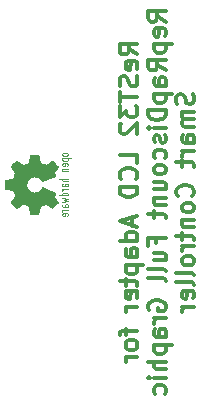
<source format=gbo>
G04 #@! TF.FileFunction,Legend,Bot*
%FSLAX46Y46*%
G04 Gerber Fmt 4.6, Leading zero omitted, Abs format (unit mm)*
G04 Created by KiCad (PCBNEW 4.0.2-stable) date 26.07.2016 22:42:36*
%MOMM*%
G01*
G04 APERTURE LIST*
%ADD10C,0.300000*%
%ADD11C,0.075000*%
%ADD12C,0.002540*%
G04 APERTURE END LIST*
D10*
X118028571Y-128500002D02*
X117314286Y-128000002D01*
X118028571Y-127642859D02*
X116528571Y-127642859D01*
X116528571Y-128214287D01*
X116600000Y-128357145D01*
X116671429Y-128428573D01*
X116814286Y-128500002D01*
X117028571Y-128500002D01*
X117171429Y-128428573D01*
X117242857Y-128357145D01*
X117314286Y-128214287D01*
X117314286Y-127642859D01*
X117957143Y-129714287D02*
X118028571Y-129571430D01*
X118028571Y-129285716D01*
X117957143Y-129142859D01*
X117814286Y-129071430D01*
X117242857Y-129071430D01*
X117100000Y-129142859D01*
X117028571Y-129285716D01*
X117028571Y-129571430D01*
X117100000Y-129714287D01*
X117242857Y-129785716D01*
X117385714Y-129785716D01*
X117528571Y-129071430D01*
X117957143Y-130357144D02*
X118028571Y-130571430D01*
X118028571Y-130928573D01*
X117957143Y-131071430D01*
X117885714Y-131142859D01*
X117742857Y-131214287D01*
X117600000Y-131214287D01*
X117457143Y-131142859D01*
X117385714Y-131071430D01*
X117314286Y-130928573D01*
X117242857Y-130642859D01*
X117171429Y-130500001D01*
X117100000Y-130428573D01*
X116957143Y-130357144D01*
X116814286Y-130357144D01*
X116671429Y-130428573D01*
X116600000Y-130500001D01*
X116528571Y-130642859D01*
X116528571Y-131000001D01*
X116600000Y-131214287D01*
X116528571Y-131642858D02*
X116528571Y-132500001D01*
X118028571Y-132071430D02*
X116528571Y-132071430D01*
X116528571Y-132857144D02*
X116528571Y-133785715D01*
X117100000Y-133285715D01*
X117100000Y-133500001D01*
X117171429Y-133642858D01*
X117242857Y-133714287D01*
X117385714Y-133785715D01*
X117742857Y-133785715D01*
X117885714Y-133714287D01*
X117957143Y-133642858D01*
X118028571Y-133500001D01*
X118028571Y-133071429D01*
X117957143Y-132928572D01*
X117885714Y-132857144D01*
X116671429Y-134357143D02*
X116600000Y-134428572D01*
X116528571Y-134571429D01*
X116528571Y-134928572D01*
X116600000Y-135071429D01*
X116671429Y-135142858D01*
X116814286Y-135214286D01*
X116957143Y-135214286D01*
X117171429Y-135142858D01*
X118028571Y-134285715D01*
X118028571Y-135214286D01*
X118028571Y-137714286D02*
X118028571Y-137000000D01*
X116528571Y-137000000D01*
X117885714Y-139071429D02*
X117957143Y-139000000D01*
X118028571Y-138785714D01*
X118028571Y-138642857D01*
X117957143Y-138428572D01*
X117814286Y-138285714D01*
X117671429Y-138214286D01*
X117385714Y-138142857D01*
X117171429Y-138142857D01*
X116885714Y-138214286D01*
X116742857Y-138285714D01*
X116600000Y-138428572D01*
X116528571Y-138642857D01*
X116528571Y-138785714D01*
X116600000Y-139000000D01*
X116671429Y-139071429D01*
X118028571Y-139714286D02*
X116528571Y-139714286D01*
X116528571Y-140071429D01*
X116600000Y-140285714D01*
X116742857Y-140428572D01*
X116885714Y-140500000D01*
X117171429Y-140571429D01*
X117385714Y-140571429D01*
X117671429Y-140500000D01*
X117814286Y-140428572D01*
X117957143Y-140285714D01*
X118028571Y-140071429D01*
X118028571Y-139714286D01*
X117600000Y-142285714D02*
X117600000Y-143000000D01*
X118028571Y-142142857D02*
X116528571Y-142642857D01*
X118028571Y-143142857D01*
X118028571Y-144285714D02*
X116528571Y-144285714D01*
X117957143Y-144285714D02*
X118028571Y-144142857D01*
X118028571Y-143857143D01*
X117957143Y-143714285D01*
X117885714Y-143642857D01*
X117742857Y-143571428D01*
X117314286Y-143571428D01*
X117171429Y-143642857D01*
X117100000Y-143714285D01*
X117028571Y-143857143D01*
X117028571Y-144142857D01*
X117100000Y-144285714D01*
X118028571Y-145642857D02*
X117242857Y-145642857D01*
X117100000Y-145571428D01*
X117028571Y-145428571D01*
X117028571Y-145142857D01*
X117100000Y-145000000D01*
X117957143Y-145642857D02*
X118028571Y-145500000D01*
X118028571Y-145142857D01*
X117957143Y-145000000D01*
X117814286Y-144928571D01*
X117671429Y-144928571D01*
X117528571Y-145000000D01*
X117457143Y-145142857D01*
X117457143Y-145500000D01*
X117385714Y-145642857D01*
X117028571Y-146357143D02*
X118528571Y-146357143D01*
X117100000Y-146357143D02*
X117028571Y-146500000D01*
X117028571Y-146785714D01*
X117100000Y-146928571D01*
X117171429Y-147000000D01*
X117314286Y-147071429D01*
X117742857Y-147071429D01*
X117885714Y-147000000D01*
X117957143Y-146928571D01*
X118028571Y-146785714D01*
X118028571Y-146500000D01*
X117957143Y-146357143D01*
X117028571Y-147500000D02*
X117028571Y-148071429D01*
X116528571Y-147714286D02*
X117814286Y-147714286D01*
X117957143Y-147785714D01*
X118028571Y-147928572D01*
X118028571Y-148071429D01*
X117957143Y-149142857D02*
X118028571Y-149000000D01*
X118028571Y-148714286D01*
X117957143Y-148571429D01*
X117814286Y-148500000D01*
X117242857Y-148500000D01*
X117100000Y-148571429D01*
X117028571Y-148714286D01*
X117028571Y-149000000D01*
X117100000Y-149142857D01*
X117242857Y-149214286D01*
X117385714Y-149214286D01*
X117528571Y-148500000D01*
X118028571Y-149857143D02*
X117028571Y-149857143D01*
X117314286Y-149857143D02*
X117171429Y-149928571D01*
X117100000Y-150000000D01*
X117028571Y-150142857D01*
X117028571Y-150285714D01*
X117028571Y-151714285D02*
X117028571Y-152285714D01*
X118028571Y-151928571D02*
X116742857Y-151928571D01*
X116600000Y-151999999D01*
X116528571Y-152142857D01*
X116528571Y-152285714D01*
X118028571Y-153000000D02*
X117957143Y-152857142D01*
X117885714Y-152785714D01*
X117742857Y-152714285D01*
X117314286Y-152714285D01*
X117171429Y-152785714D01*
X117100000Y-152857142D01*
X117028571Y-153000000D01*
X117028571Y-153214285D01*
X117100000Y-153357142D01*
X117171429Y-153428571D01*
X117314286Y-153500000D01*
X117742857Y-153500000D01*
X117885714Y-153428571D01*
X117957143Y-153357142D01*
X118028571Y-153214285D01*
X118028571Y-153000000D01*
X118028571Y-154142857D02*
X117028571Y-154142857D01*
X117314286Y-154142857D02*
X117171429Y-154214285D01*
X117100000Y-154285714D01*
X117028571Y-154428571D01*
X117028571Y-154571428D01*
X120428571Y-125714286D02*
X119714286Y-125214286D01*
X120428571Y-124857143D02*
X118928571Y-124857143D01*
X118928571Y-125428571D01*
X119000000Y-125571429D01*
X119071429Y-125642857D01*
X119214286Y-125714286D01*
X119428571Y-125714286D01*
X119571429Y-125642857D01*
X119642857Y-125571429D01*
X119714286Y-125428571D01*
X119714286Y-124857143D01*
X120357143Y-126928571D02*
X120428571Y-126785714D01*
X120428571Y-126500000D01*
X120357143Y-126357143D01*
X120214286Y-126285714D01*
X119642857Y-126285714D01*
X119500000Y-126357143D01*
X119428571Y-126500000D01*
X119428571Y-126785714D01*
X119500000Y-126928571D01*
X119642857Y-127000000D01*
X119785714Y-127000000D01*
X119928571Y-126285714D01*
X119428571Y-127642857D02*
X120928571Y-127642857D01*
X119500000Y-127642857D02*
X119428571Y-127785714D01*
X119428571Y-128071428D01*
X119500000Y-128214285D01*
X119571429Y-128285714D01*
X119714286Y-128357143D01*
X120142857Y-128357143D01*
X120285714Y-128285714D01*
X120357143Y-128214285D01*
X120428571Y-128071428D01*
X120428571Y-127785714D01*
X120357143Y-127642857D01*
X120428571Y-129857143D02*
X119714286Y-129357143D01*
X120428571Y-129000000D02*
X118928571Y-129000000D01*
X118928571Y-129571428D01*
X119000000Y-129714286D01*
X119071429Y-129785714D01*
X119214286Y-129857143D01*
X119428571Y-129857143D01*
X119571429Y-129785714D01*
X119642857Y-129714286D01*
X119714286Y-129571428D01*
X119714286Y-129000000D01*
X120428571Y-131142857D02*
X119642857Y-131142857D01*
X119500000Y-131071428D01*
X119428571Y-130928571D01*
X119428571Y-130642857D01*
X119500000Y-130500000D01*
X120357143Y-131142857D02*
X120428571Y-131000000D01*
X120428571Y-130642857D01*
X120357143Y-130500000D01*
X120214286Y-130428571D01*
X120071429Y-130428571D01*
X119928571Y-130500000D01*
X119857143Y-130642857D01*
X119857143Y-131000000D01*
X119785714Y-131142857D01*
X119428571Y-131857143D02*
X120928571Y-131857143D01*
X119500000Y-131857143D02*
X119428571Y-132000000D01*
X119428571Y-132285714D01*
X119500000Y-132428571D01*
X119571429Y-132500000D01*
X119714286Y-132571429D01*
X120142857Y-132571429D01*
X120285714Y-132500000D01*
X120357143Y-132428571D01*
X120428571Y-132285714D01*
X120428571Y-132000000D01*
X120357143Y-131857143D01*
X120428571Y-133214286D02*
X118928571Y-133214286D01*
X118928571Y-133571429D01*
X119000000Y-133785714D01*
X119142857Y-133928572D01*
X119285714Y-134000000D01*
X119571429Y-134071429D01*
X119785714Y-134071429D01*
X120071429Y-134000000D01*
X120214286Y-133928572D01*
X120357143Y-133785714D01*
X120428571Y-133571429D01*
X120428571Y-133214286D01*
X120428571Y-134714286D02*
X119428571Y-134714286D01*
X118928571Y-134714286D02*
X119000000Y-134642857D01*
X119071429Y-134714286D01*
X119000000Y-134785714D01*
X118928571Y-134714286D01*
X119071429Y-134714286D01*
X120357143Y-135357143D02*
X120428571Y-135500000D01*
X120428571Y-135785715D01*
X120357143Y-135928572D01*
X120214286Y-136000000D01*
X120142857Y-136000000D01*
X120000000Y-135928572D01*
X119928571Y-135785715D01*
X119928571Y-135571429D01*
X119857143Y-135428572D01*
X119714286Y-135357143D01*
X119642857Y-135357143D01*
X119500000Y-135428572D01*
X119428571Y-135571429D01*
X119428571Y-135785715D01*
X119500000Y-135928572D01*
X120357143Y-137285715D02*
X120428571Y-137142858D01*
X120428571Y-136857144D01*
X120357143Y-136714286D01*
X120285714Y-136642858D01*
X120142857Y-136571429D01*
X119714286Y-136571429D01*
X119571429Y-136642858D01*
X119500000Y-136714286D01*
X119428571Y-136857144D01*
X119428571Y-137142858D01*
X119500000Y-137285715D01*
X120428571Y-138142858D02*
X120357143Y-138000000D01*
X120285714Y-137928572D01*
X120142857Y-137857143D01*
X119714286Y-137857143D01*
X119571429Y-137928572D01*
X119500000Y-138000000D01*
X119428571Y-138142858D01*
X119428571Y-138357143D01*
X119500000Y-138500000D01*
X119571429Y-138571429D01*
X119714286Y-138642858D01*
X120142857Y-138642858D01*
X120285714Y-138571429D01*
X120357143Y-138500000D01*
X120428571Y-138357143D01*
X120428571Y-138142858D01*
X119428571Y-139928572D02*
X120428571Y-139928572D01*
X119428571Y-139285715D02*
X120214286Y-139285715D01*
X120357143Y-139357143D01*
X120428571Y-139500001D01*
X120428571Y-139714286D01*
X120357143Y-139857143D01*
X120285714Y-139928572D01*
X119428571Y-140642858D02*
X120428571Y-140642858D01*
X119571429Y-140642858D02*
X119500000Y-140714286D01*
X119428571Y-140857144D01*
X119428571Y-141071429D01*
X119500000Y-141214286D01*
X119642857Y-141285715D01*
X120428571Y-141285715D01*
X119428571Y-141785715D02*
X119428571Y-142357144D01*
X118928571Y-142000001D02*
X120214286Y-142000001D01*
X120357143Y-142071429D01*
X120428571Y-142214287D01*
X120428571Y-142357144D01*
X119642857Y-144500001D02*
X119642857Y-144000001D01*
X120428571Y-144000001D02*
X118928571Y-144000001D01*
X118928571Y-144714287D01*
X119428571Y-145928572D02*
X120428571Y-145928572D01*
X119428571Y-145285715D02*
X120214286Y-145285715D01*
X120357143Y-145357143D01*
X120428571Y-145500001D01*
X120428571Y-145714286D01*
X120357143Y-145857143D01*
X120285714Y-145928572D01*
X120428571Y-146857144D02*
X120357143Y-146714286D01*
X120214286Y-146642858D01*
X118928571Y-146642858D01*
X120428571Y-147642858D02*
X120357143Y-147500000D01*
X120214286Y-147428572D01*
X118928571Y-147428572D01*
X119000000Y-150142857D02*
X118928571Y-150000000D01*
X118928571Y-149785714D01*
X119000000Y-149571429D01*
X119142857Y-149428571D01*
X119285714Y-149357143D01*
X119571429Y-149285714D01*
X119785714Y-149285714D01*
X120071429Y-149357143D01*
X120214286Y-149428571D01*
X120357143Y-149571429D01*
X120428571Y-149785714D01*
X120428571Y-149928571D01*
X120357143Y-150142857D01*
X120285714Y-150214286D01*
X119785714Y-150214286D01*
X119785714Y-149928571D01*
X120428571Y-150857143D02*
X119428571Y-150857143D01*
X119714286Y-150857143D02*
X119571429Y-150928571D01*
X119500000Y-151000000D01*
X119428571Y-151142857D01*
X119428571Y-151285714D01*
X120428571Y-152428571D02*
X119642857Y-152428571D01*
X119500000Y-152357142D01*
X119428571Y-152214285D01*
X119428571Y-151928571D01*
X119500000Y-151785714D01*
X120357143Y-152428571D02*
X120428571Y-152285714D01*
X120428571Y-151928571D01*
X120357143Y-151785714D01*
X120214286Y-151714285D01*
X120071429Y-151714285D01*
X119928571Y-151785714D01*
X119857143Y-151928571D01*
X119857143Y-152285714D01*
X119785714Y-152428571D01*
X119428571Y-153142857D02*
X120928571Y-153142857D01*
X119500000Y-153142857D02*
X119428571Y-153285714D01*
X119428571Y-153571428D01*
X119500000Y-153714285D01*
X119571429Y-153785714D01*
X119714286Y-153857143D01*
X120142857Y-153857143D01*
X120285714Y-153785714D01*
X120357143Y-153714285D01*
X120428571Y-153571428D01*
X120428571Y-153285714D01*
X120357143Y-153142857D01*
X120428571Y-154500000D02*
X118928571Y-154500000D01*
X120428571Y-155142857D02*
X119642857Y-155142857D01*
X119500000Y-155071428D01*
X119428571Y-154928571D01*
X119428571Y-154714286D01*
X119500000Y-154571428D01*
X119571429Y-154500000D01*
X120428571Y-155857143D02*
X119428571Y-155857143D01*
X118928571Y-155857143D02*
X119000000Y-155785714D01*
X119071429Y-155857143D01*
X119000000Y-155928571D01*
X118928571Y-155857143D01*
X119071429Y-155857143D01*
X120357143Y-157214286D02*
X120428571Y-157071429D01*
X120428571Y-156785715D01*
X120357143Y-156642857D01*
X120285714Y-156571429D01*
X120142857Y-156500000D01*
X119714286Y-156500000D01*
X119571429Y-156571429D01*
X119500000Y-156642857D01*
X119428571Y-156785715D01*
X119428571Y-157071429D01*
X119500000Y-157214286D01*
X122757143Y-131857144D02*
X122828571Y-132071430D01*
X122828571Y-132428573D01*
X122757143Y-132571430D01*
X122685714Y-132642859D01*
X122542857Y-132714287D01*
X122400000Y-132714287D01*
X122257143Y-132642859D01*
X122185714Y-132571430D01*
X122114286Y-132428573D01*
X122042857Y-132142859D01*
X121971429Y-132000001D01*
X121900000Y-131928573D01*
X121757143Y-131857144D01*
X121614286Y-131857144D01*
X121471429Y-131928573D01*
X121400000Y-132000001D01*
X121328571Y-132142859D01*
X121328571Y-132500001D01*
X121400000Y-132714287D01*
X122828571Y-133357144D02*
X121828571Y-133357144D01*
X121971429Y-133357144D02*
X121900000Y-133428572D01*
X121828571Y-133571430D01*
X121828571Y-133785715D01*
X121900000Y-133928572D01*
X122042857Y-134000001D01*
X122828571Y-134000001D01*
X122042857Y-134000001D02*
X121900000Y-134071430D01*
X121828571Y-134214287D01*
X121828571Y-134428572D01*
X121900000Y-134571430D01*
X122042857Y-134642858D01*
X122828571Y-134642858D01*
X122828571Y-136000001D02*
X122042857Y-136000001D01*
X121900000Y-135928572D01*
X121828571Y-135785715D01*
X121828571Y-135500001D01*
X121900000Y-135357144D01*
X122757143Y-136000001D02*
X122828571Y-135857144D01*
X122828571Y-135500001D01*
X122757143Y-135357144D01*
X122614286Y-135285715D01*
X122471429Y-135285715D01*
X122328571Y-135357144D01*
X122257143Y-135500001D01*
X122257143Y-135857144D01*
X122185714Y-136000001D01*
X122828571Y-136714287D02*
X121828571Y-136714287D01*
X122114286Y-136714287D02*
X121971429Y-136785715D01*
X121900000Y-136857144D01*
X121828571Y-137000001D01*
X121828571Y-137142858D01*
X121828571Y-137428572D02*
X121828571Y-138000001D01*
X121328571Y-137642858D02*
X122614286Y-137642858D01*
X122757143Y-137714286D01*
X122828571Y-137857144D01*
X122828571Y-138000001D01*
X122685714Y-140500001D02*
X122757143Y-140428572D01*
X122828571Y-140214286D01*
X122828571Y-140071429D01*
X122757143Y-139857144D01*
X122614286Y-139714286D01*
X122471429Y-139642858D01*
X122185714Y-139571429D01*
X121971429Y-139571429D01*
X121685714Y-139642858D01*
X121542857Y-139714286D01*
X121400000Y-139857144D01*
X121328571Y-140071429D01*
X121328571Y-140214286D01*
X121400000Y-140428572D01*
X121471429Y-140500001D01*
X122828571Y-141357144D02*
X122757143Y-141214286D01*
X122685714Y-141142858D01*
X122542857Y-141071429D01*
X122114286Y-141071429D01*
X121971429Y-141142858D01*
X121900000Y-141214286D01*
X121828571Y-141357144D01*
X121828571Y-141571429D01*
X121900000Y-141714286D01*
X121971429Y-141785715D01*
X122114286Y-141857144D01*
X122542857Y-141857144D01*
X122685714Y-141785715D01*
X122757143Y-141714286D01*
X122828571Y-141571429D01*
X122828571Y-141357144D01*
X121828571Y-142500001D02*
X122828571Y-142500001D01*
X121971429Y-142500001D02*
X121900000Y-142571429D01*
X121828571Y-142714287D01*
X121828571Y-142928572D01*
X121900000Y-143071429D01*
X122042857Y-143142858D01*
X122828571Y-143142858D01*
X121828571Y-143642858D02*
X121828571Y-144214287D01*
X121328571Y-143857144D02*
X122614286Y-143857144D01*
X122757143Y-143928572D01*
X122828571Y-144071430D01*
X122828571Y-144214287D01*
X122828571Y-144714287D02*
X121828571Y-144714287D01*
X122114286Y-144714287D02*
X121971429Y-144785715D01*
X121900000Y-144857144D01*
X121828571Y-145000001D01*
X121828571Y-145142858D01*
X122828571Y-145857144D02*
X122757143Y-145714286D01*
X122685714Y-145642858D01*
X122542857Y-145571429D01*
X122114286Y-145571429D01*
X121971429Y-145642858D01*
X121900000Y-145714286D01*
X121828571Y-145857144D01*
X121828571Y-146071429D01*
X121900000Y-146214286D01*
X121971429Y-146285715D01*
X122114286Y-146357144D01*
X122542857Y-146357144D01*
X122685714Y-146285715D01*
X122757143Y-146214286D01*
X122828571Y-146071429D01*
X122828571Y-145857144D01*
X122828571Y-147214287D02*
X122757143Y-147071429D01*
X122614286Y-147000001D01*
X121328571Y-147000001D01*
X122828571Y-148000001D02*
X122757143Y-147857143D01*
X122614286Y-147785715D01*
X121328571Y-147785715D01*
X122757143Y-149142857D02*
X122828571Y-149000000D01*
X122828571Y-148714286D01*
X122757143Y-148571429D01*
X122614286Y-148500000D01*
X122042857Y-148500000D01*
X121900000Y-148571429D01*
X121828571Y-148714286D01*
X121828571Y-149000000D01*
X121900000Y-149142857D01*
X122042857Y-149214286D01*
X122185714Y-149214286D01*
X122328571Y-148500000D01*
X122828571Y-149857143D02*
X121828571Y-149857143D01*
X122114286Y-149857143D02*
X121971429Y-149928571D01*
X121900000Y-150000000D01*
X121828571Y-150142857D01*
X121828571Y-150285714D01*
D11*
X111670000Y-141660000D02*
X112130000Y-141660000D01*
X111670000Y-141750000D02*
X111670000Y-141800000D01*
X111700000Y-141700000D02*
X111670000Y-141750000D01*
X111720000Y-141680000D02*
X111700000Y-141700000D01*
X111790000Y-141660000D02*
X111720000Y-141680000D01*
X112130000Y-142100000D02*
X112100000Y-142150000D01*
X112130000Y-142000000D02*
X112130000Y-142100000D01*
X112100000Y-141960000D02*
X112130000Y-142000000D01*
X112030000Y-141940000D02*
X112100000Y-141960000D01*
X111760000Y-141940000D02*
X112030000Y-141940000D01*
X111700000Y-141970000D02*
X111760000Y-141940000D01*
X111670000Y-142010000D02*
X111700000Y-141970000D01*
X111670000Y-142110000D02*
X111670000Y-142010000D01*
X111710000Y-142150000D02*
X111670000Y-142110000D01*
X111780000Y-142170000D02*
X111710000Y-142150000D01*
X111900000Y-142170000D02*
X111780000Y-142170000D01*
X111900000Y-142170000D02*
X111900000Y-141940000D01*
X111760000Y-141420000D02*
X112130000Y-141420000D01*
X111700000Y-141390000D02*
X111760000Y-141420000D01*
X111670000Y-141350000D02*
X111700000Y-141390000D01*
X111670000Y-141250000D02*
X111670000Y-141350000D01*
X111700000Y-141200000D02*
X111670000Y-141250000D01*
X111860000Y-141260000D02*
X111890000Y-141210000D01*
X111860000Y-141380000D02*
X111860000Y-141260000D01*
X111830000Y-141420000D02*
X111860000Y-141380000D01*
X112130000Y-141370000D02*
X112090000Y-141420000D01*
X112130000Y-141250000D02*
X112130000Y-141370000D01*
X112090000Y-141200000D02*
X112130000Y-141250000D01*
X112030000Y-141180000D02*
X112090000Y-141200000D01*
X111960000Y-141180000D02*
X112030000Y-141180000D01*
X111890000Y-141210000D02*
X111960000Y-141180000D01*
X111670000Y-140630000D02*
X112130000Y-140730000D01*
X112130000Y-140730000D02*
X111790000Y-140820000D01*
X111790000Y-140820000D02*
X112130000Y-140920000D01*
X112130000Y-140920000D02*
X111670000Y-141020000D01*
X112100000Y-140440000D02*
X112130000Y-140400000D01*
X112130000Y-140400000D02*
X112130000Y-140290000D01*
X112130000Y-140290000D02*
X112100000Y-140250000D01*
X112100000Y-140250000D02*
X112070000Y-140230000D01*
X112070000Y-140230000D02*
X112000000Y-140200000D01*
X112000000Y-140200000D02*
X111800000Y-140200000D01*
X111800000Y-140200000D02*
X111730000Y-140230000D01*
X111730000Y-140230000D02*
X111700000Y-140250000D01*
X111700000Y-140250000D02*
X111660000Y-140310000D01*
X111660000Y-140310000D02*
X111660000Y-140380000D01*
X111660000Y-140380000D02*
X111700000Y-140440000D01*
X111430000Y-140440000D02*
X112130000Y-140440000D01*
X111790000Y-139920000D02*
X111720000Y-139940000D01*
X111720000Y-139940000D02*
X111700000Y-139960000D01*
X111700000Y-139960000D02*
X111670000Y-140010000D01*
X111670000Y-140010000D02*
X111670000Y-140060000D01*
X111670000Y-139920000D02*
X112130000Y-139920000D01*
X111890000Y-139470000D02*
X111960000Y-139440000D01*
X111960000Y-139440000D02*
X112030000Y-139440000D01*
X112030000Y-139440000D02*
X112090000Y-139460000D01*
X112090000Y-139460000D02*
X112130000Y-139510000D01*
X112130000Y-139510000D02*
X112130000Y-139630000D01*
X112130000Y-139630000D02*
X112090000Y-139680000D01*
X111830000Y-139680000D02*
X111860000Y-139640000D01*
X111860000Y-139640000D02*
X111860000Y-139520000D01*
X111860000Y-139520000D02*
X111890000Y-139470000D01*
X111700000Y-139460000D02*
X111670000Y-139510000D01*
X111670000Y-139510000D02*
X111670000Y-139610000D01*
X111670000Y-139610000D02*
X111700000Y-139650000D01*
X111700000Y-139650000D02*
X111760000Y-139680000D01*
X111760000Y-139680000D02*
X112130000Y-139680000D01*
X111740000Y-139010000D02*
X111700000Y-139030000D01*
X111700000Y-139030000D02*
X111670000Y-139080000D01*
X111670000Y-139080000D02*
X111670000Y-139160000D01*
X111670000Y-139160000D02*
X111700000Y-139200000D01*
X111700000Y-139200000D02*
X111760000Y-139220000D01*
X111760000Y-139220000D02*
X112130000Y-139220000D01*
X111430000Y-139010000D02*
X112130000Y-139010000D01*
X111900000Y-137960000D02*
X111900000Y-137730000D01*
X111730000Y-138180000D02*
X111700000Y-138200000D01*
X111700000Y-138200000D02*
X111670000Y-138240000D01*
X111670000Y-138240000D02*
X111670000Y-138330000D01*
X111670000Y-138330000D02*
X111700000Y-138370000D01*
X111700000Y-138370000D02*
X111760000Y-138390000D01*
X111760000Y-138390000D02*
X112130000Y-138390000D01*
X111670000Y-138180000D02*
X112130000Y-138180000D01*
X111900000Y-137960000D02*
X111780000Y-137960000D01*
X111780000Y-137960000D02*
X111710000Y-137940000D01*
X111710000Y-137940000D02*
X111670000Y-137900000D01*
X111670000Y-137900000D02*
X111670000Y-137800000D01*
X111670000Y-137800000D02*
X111700000Y-137760000D01*
X111700000Y-137760000D02*
X111760000Y-137730000D01*
X111760000Y-137730000D02*
X112030000Y-137730000D01*
X112030000Y-137730000D02*
X112100000Y-137750000D01*
X112100000Y-137750000D02*
X112130000Y-137790000D01*
X112130000Y-137790000D02*
X112130000Y-137890000D01*
X112130000Y-137890000D02*
X112100000Y-137940000D01*
X111700000Y-137300000D02*
X111670000Y-137340000D01*
X111670000Y-137340000D02*
X111670000Y-137440000D01*
X111670000Y-137440000D02*
X111700000Y-137480000D01*
X111700000Y-137480000D02*
X111730000Y-137510000D01*
X111730000Y-137510000D02*
X111790000Y-137530000D01*
X111790000Y-137530000D02*
X112010000Y-137530000D01*
X112010000Y-137530000D02*
X112070000Y-137510000D01*
X112070000Y-137510000D02*
X112100000Y-137490000D01*
X112100000Y-137490000D02*
X112130000Y-137450000D01*
X112130000Y-137450000D02*
X112130000Y-137350000D01*
X112130000Y-137350000D02*
X112100000Y-137300000D01*
X112370000Y-137300000D02*
X111670000Y-137300000D01*
X111670000Y-136990000D02*
X111670000Y-136910000D01*
X111670000Y-136910000D02*
X111700000Y-136870000D01*
X111700000Y-136870000D02*
X111730000Y-136850000D01*
X111730000Y-136850000D02*
X111800000Y-136820000D01*
X112130000Y-136910000D02*
X112130000Y-136990000D01*
X112130000Y-136990000D02*
X112100000Y-137040000D01*
X112100000Y-137040000D02*
X112070000Y-137060000D01*
X112070000Y-137060000D02*
X112000000Y-137080000D01*
X112000000Y-137080000D02*
X111800000Y-137080000D01*
X111800000Y-137080000D02*
X111740000Y-137060000D01*
X111740000Y-137060000D02*
X111710000Y-137040000D01*
X111710000Y-137040000D02*
X111670000Y-136990000D01*
X111800000Y-136820000D02*
X112000000Y-136820000D01*
X112000000Y-136820000D02*
X112060000Y-136840000D01*
X112060000Y-136840000D02*
X112090000Y-136860000D01*
X112090000Y-136860000D02*
X112130000Y-136910000D01*
D12*
G36*
X111295360Y-137986160D02*
X111280120Y-138011560D01*
X111244560Y-138069980D01*
X111188680Y-138153800D01*
X111122640Y-138252860D01*
X111056600Y-138351920D01*
X111003260Y-138433200D01*
X110965160Y-138489080D01*
X110952460Y-138514480D01*
X110957540Y-138527180D01*
X110980400Y-138572900D01*
X111015960Y-138641480D01*
X111036280Y-138682120D01*
X111061680Y-138743080D01*
X111069300Y-138776100D01*
X111059140Y-138781180D01*
X111010880Y-138804040D01*
X110929600Y-138839600D01*
X110820380Y-138885320D01*
X110693380Y-138941200D01*
X110558760Y-138997080D01*
X110419060Y-139055500D01*
X110284440Y-139111380D01*
X110165060Y-139159640D01*
X110068540Y-139200280D01*
X109999960Y-139225680D01*
X109972020Y-139235840D01*
X109964400Y-139233300D01*
X109933920Y-139200280D01*
X109893280Y-139146940D01*
X109796760Y-139027560D01*
X109651980Y-138910720D01*
X109486880Y-138839600D01*
X109301460Y-138816740D01*
X109131280Y-138837060D01*
X108968720Y-138903100D01*
X108821400Y-139017400D01*
X108712180Y-139157100D01*
X108643600Y-139319660D01*
X108620740Y-139500000D01*
X108641060Y-139672720D01*
X108707100Y-139840360D01*
X108818860Y-139987680D01*
X108889980Y-140051180D01*
X109039840Y-140137540D01*
X109197320Y-140185800D01*
X109237960Y-140190880D01*
X109413220Y-140183260D01*
X109583400Y-140132460D01*
X109733260Y-140038480D01*
X109857720Y-139908940D01*
X109867880Y-139893700D01*
X109913600Y-139835280D01*
X109944080Y-139794640D01*
X109969480Y-139764160D01*
X110507960Y-139987680D01*
X110591780Y-140023240D01*
X110739100Y-140084200D01*
X110866100Y-140137540D01*
X110967700Y-140180720D01*
X111033740Y-140211200D01*
X111061680Y-140223900D01*
X111064220Y-140223900D01*
X111066760Y-140244220D01*
X111051520Y-140284860D01*
X111015960Y-140361060D01*
X110990560Y-140409320D01*
X110962620Y-140467740D01*
X110952460Y-140493140D01*
X110965160Y-140516000D01*
X111000720Y-140569340D01*
X111054060Y-140650620D01*
X111117560Y-140747140D01*
X111181060Y-140838580D01*
X111236940Y-140922400D01*
X111275040Y-140983360D01*
X111292820Y-141013840D01*
X111292820Y-141018920D01*
X111277580Y-141044320D01*
X111236940Y-141092580D01*
X111168360Y-141166240D01*
X111064220Y-141270380D01*
X111048980Y-141285620D01*
X110962620Y-141371980D01*
X110888960Y-141440560D01*
X110838160Y-141486280D01*
X110815300Y-141504060D01*
X110815300Y-141504060D01*
X110784820Y-141488820D01*
X110723860Y-141450720D01*
X110637500Y-141394840D01*
X110538440Y-141326260D01*
X110279360Y-141148460D01*
X110035520Y-141244980D01*
X109959320Y-141275460D01*
X109870420Y-141313560D01*
X109804380Y-141341500D01*
X109776440Y-141356740D01*
X109766280Y-141382140D01*
X109751040Y-141450720D01*
X109730720Y-141547240D01*
X109710400Y-141661540D01*
X109690080Y-141773300D01*
X109669760Y-141872360D01*
X109657060Y-141943480D01*
X109649440Y-141976500D01*
X109644360Y-141984120D01*
X109629120Y-141991740D01*
X109596100Y-141994280D01*
X109535140Y-141996820D01*
X109441160Y-141999360D01*
X109301460Y-141999360D01*
X109286220Y-141999360D01*
X109156680Y-141996820D01*
X109050000Y-141994280D01*
X108983960Y-141991740D01*
X108956020Y-141986660D01*
X108956020Y-141986660D01*
X108948400Y-141956180D01*
X108933160Y-141885060D01*
X108915380Y-141786000D01*
X108892520Y-141666620D01*
X108889980Y-141659000D01*
X108867120Y-141542160D01*
X108846800Y-141443100D01*
X108831560Y-141371980D01*
X108821400Y-141344040D01*
X108813780Y-141336420D01*
X108768060Y-141313560D01*
X108694400Y-141280540D01*
X108605500Y-141239900D01*
X108511520Y-141201800D01*
X108427700Y-141168780D01*
X108366740Y-141145920D01*
X108338800Y-141138300D01*
X108336260Y-141140840D01*
X108308320Y-141158620D01*
X108247360Y-141199260D01*
X108163540Y-141255140D01*
X108061940Y-141323720D01*
X108054320Y-141328800D01*
X107955260Y-141397380D01*
X107868900Y-141453260D01*
X107810480Y-141488820D01*
X107782540Y-141504060D01*
X107780000Y-141504060D01*
X107749520Y-141481200D01*
X107693640Y-141430400D01*
X107617440Y-141356740D01*
X107528540Y-141270380D01*
X107503140Y-141242440D01*
X107406620Y-141143380D01*
X107345660Y-141077340D01*
X107312640Y-141034160D01*
X107305020Y-141013840D01*
X107305020Y-141013840D01*
X107322800Y-140983360D01*
X107363440Y-140919860D01*
X107421860Y-140836040D01*
X107490440Y-140734440D01*
X107495520Y-140726820D01*
X107564100Y-140627760D01*
X107619980Y-140543940D01*
X107660620Y-140485520D01*
X107675860Y-140457580D01*
X107675860Y-140455040D01*
X107663160Y-140414400D01*
X107637760Y-140343280D01*
X107604740Y-140254380D01*
X107566640Y-140162940D01*
X107531080Y-140079120D01*
X107503140Y-140015620D01*
X107485360Y-139985140D01*
X107485360Y-139985140D01*
X107449800Y-139974980D01*
X107373600Y-139957200D01*
X107272000Y-139936880D01*
X107150080Y-139911480D01*
X107129760Y-139908940D01*
X107010380Y-139886080D01*
X106911320Y-139868300D01*
X106842740Y-139853060D01*
X106814800Y-139845440D01*
X106812260Y-139830200D01*
X106807180Y-139771780D01*
X106804640Y-139682880D01*
X106804640Y-139573660D01*
X106804640Y-139461900D01*
X106807180Y-139352680D01*
X106809720Y-139258700D01*
X106814800Y-139190120D01*
X106819880Y-139162180D01*
X106822420Y-139162180D01*
X106860520Y-139152020D01*
X106934180Y-139134240D01*
X107038320Y-139113920D01*
X107160240Y-139091060D01*
X107183100Y-139085980D01*
X107299940Y-139063120D01*
X107399000Y-139042800D01*
X107465040Y-139030100D01*
X107492980Y-139022480D01*
X107498060Y-139009780D01*
X107518380Y-138961520D01*
X107551400Y-138882780D01*
X107592040Y-138783720D01*
X107683480Y-138555120D01*
X107492980Y-138273180D01*
X107475200Y-138247780D01*
X107406620Y-138146180D01*
X107350740Y-138064900D01*
X107312640Y-138006480D01*
X107299940Y-137983620D01*
X107299940Y-137981080D01*
X107325340Y-137953140D01*
X107378680Y-137897260D01*
X107452340Y-137821060D01*
X107538700Y-137732160D01*
X107604740Y-137668660D01*
X107683480Y-137589920D01*
X107736820Y-137541660D01*
X107769840Y-137513720D01*
X107790160Y-137506100D01*
X107805400Y-137508640D01*
X107833340Y-137526420D01*
X107894300Y-137567060D01*
X107980660Y-137625480D01*
X108079720Y-137694060D01*
X108163540Y-137749940D01*
X108257520Y-137810900D01*
X108323560Y-137849000D01*
X108356580Y-137864240D01*
X108369280Y-137859160D01*
X108425160Y-137841380D01*
X108508980Y-137805820D01*
X108608040Y-137765180D01*
X108829020Y-137666120D01*
X108856960Y-137521340D01*
X108874740Y-137432440D01*
X108897600Y-137310520D01*
X108920460Y-137191140D01*
X108956020Y-137008260D01*
X109631660Y-137000640D01*
X109644360Y-137028580D01*
X109651980Y-137056520D01*
X109667220Y-137125100D01*
X109687540Y-137221620D01*
X109707860Y-137338460D01*
X109725640Y-137434980D01*
X109745960Y-137534040D01*
X109758660Y-137605160D01*
X109766280Y-137635640D01*
X109776440Y-137645800D01*
X109824700Y-137668660D01*
X109900900Y-137704220D01*
X109992340Y-137744860D01*
X110086320Y-137782960D01*
X110175220Y-137818520D01*
X110241260Y-137841380D01*
X110274280Y-137851540D01*
X110302220Y-137838840D01*
X110360640Y-137800740D01*
X110441920Y-137747400D01*
X110540980Y-137678820D01*
X110637500Y-137612780D01*
X110721320Y-137554360D01*
X110782280Y-137516260D01*
X110810220Y-137498480D01*
X110828000Y-137508640D01*
X110876260Y-137546740D01*
X110952460Y-137620400D01*
X111061680Y-137732160D01*
X111079460Y-137749940D01*
X111163280Y-137836300D01*
X111231860Y-137909960D01*
X111277580Y-137963300D01*
X111295360Y-137986160D01*
X111295360Y-137986160D01*
G37*
X111295360Y-137986160D02*
X111280120Y-138011560D01*
X111244560Y-138069980D01*
X111188680Y-138153800D01*
X111122640Y-138252860D01*
X111056600Y-138351920D01*
X111003260Y-138433200D01*
X110965160Y-138489080D01*
X110952460Y-138514480D01*
X110957540Y-138527180D01*
X110980400Y-138572900D01*
X111015960Y-138641480D01*
X111036280Y-138682120D01*
X111061680Y-138743080D01*
X111069300Y-138776100D01*
X111059140Y-138781180D01*
X111010880Y-138804040D01*
X110929600Y-138839600D01*
X110820380Y-138885320D01*
X110693380Y-138941200D01*
X110558760Y-138997080D01*
X110419060Y-139055500D01*
X110284440Y-139111380D01*
X110165060Y-139159640D01*
X110068540Y-139200280D01*
X109999960Y-139225680D01*
X109972020Y-139235840D01*
X109964400Y-139233300D01*
X109933920Y-139200280D01*
X109893280Y-139146940D01*
X109796760Y-139027560D01*
X109651980Y-138910720D01*
X109486880Y-138839600D01*
X109301460Y-138816740D01*
X109131280Y-138837060D01*
X108968720Y-138903100D01*
X108821400Y-139017400D01*
X108712180Y-139157100D01*
X108643600Y-139319660D01*
X108620740Y-139500000D01*
X108641060Y-139672720D01*
X108707100Y-139840360D01*
X108818860Y-139987680D01*
X108889980Y-140051180D01*
X109039840Y-140137540D01*
X109197320Y-140185800D01*
X109237960Y-140190880D01*
X109413220Y-140183260D01*
X109583400Y-140132460D01*
X109733260Y-140038480D01*
X109857720Y-139908940D01*
X109867880Y-139893700D01*
X109913600Y-139835280D01*
X109944080Y-139794640D01*
X109969480Y-139764160D01*
X110507960Y-139987680D01*
X110591780Y-140023240D01*
X110739100Y-140084200D01*
X110866100Y-140137540D01*
X110967700Y-140180720D01*
X111033740Y-140211200D01*
X111061680Y-140223900D01*
X111064220Y-140223900D01*
X111066760Y-140244220D01*
X111051520Y-140284860D01*
X111015960Y-140361060D01*
X110990560Y-140409320D01*
X110962620Y-140467740D01*
X110952460Y-140493140D01*
X110965160Y-140516000D01*
X111000720Y-140569340D01*
X111054060Y-140650620D01*
X111117560Y-140747140D01*
X111181060Y-140838580D01*
X111236940Y-140922400D01*
X111275040Y-140983360D01*
X111292820Y-141013840D01*
X111292820Y-141018920D01*
X111277580Y-141044320D01*
X111236940Y-141092580D01*
X111168360Y-141166240D01*
X111064220Y-141270380D01*
X111048980Y-141285620D01*
X110962620Y-141371980D01*
X110888960Y-141440560D01*
X110838160Y-141486280D01*
X110815300Y-141504060D01*
X110815300Y-141504060D01*
X110784820Y-141488820D01*
X110723860Y-141450720D01*
X110637500Y-141394840D01*
X110538440Y-141326260D01*
X110279360Y-141148460D01*
X110035520Y-141244980D01*
X109959320Y-141275460D01*
X109870420Y-141313560D01*
X109804380Y-141341500D01*
X109776440Y-141356740D01*
X109766280Y-141382140D01*
X109751040Y-141450720D01*
X109730720Y-141547240D01*
X109710400Y-141661540D01*
X109690080Y-141773300D01*
X109669760Y-141872360D01*
X109657060Y-141943480D01*
X109649440Y-141976500D01*
X109644360Y-141984120D01*
X109629120Y-141991740D01*
X109596100Y-141994280D01*
X109535140Y-141996820D01*
X109441160Y-141999360D01*
X109301460Y-141999360D01*
X109286220Y-141999360D01*
X109156680Y-141996820D01*
X109050000Y-141994280D01*
X108983960Y-141991740D01*
X108956020Y-141986660D01*
X108956020Y-141986660D01*
X108948400Y-141956180D01*
X108933160Y-141885060D01*
X108915380Y-141786000D01*
X108892520Y-141666620D01*
X108889980Y-141659000D01*
X108867120Y-141542160D01*
X108846800Y-141443100D01*
X108831560Y-141371980D01*
X108821400Y-141344040D01*
X108813780Y-141336420D01*
X108768060Y-141313560D01*
X108694400Y-141280540D01*
X108605500Y-141239900D01*
X108511520Y-141201800D01*
X108427700Y-141168780D01*
X108366740Y-141145920D01*
X108338800Y-141138300D01*
X108336260Y-141140840D01*
X108308320Y-141158620D01*
X108247360Y-141199260D01*
X108163540Y-141255140D01*
X108061940Y-141323720D01*
X108054320Y-141328800D01*
X107955260Y-141397380D01*
X107868900Y-141453260D01*
X107810480Y-141488820D01*
X107782540Y-141504060D01*
X107780000Y-141504060D01*
X107749520Y-141481200D01*
X107693640Y-141430400D01*
X107617440Y-141356740D01*
X107528540Y-141270380D01*
X107503140Y-141242440D01*
X107406620Y-141143380D01*
X107345660Y-141077340D01*
X107312640Y-141034160D01*
X107305020Y-141013840D01*
X107305020Y-141013840D01*
X107322800Y-140983360D01*
X107363440Y-140919860D01*
X107421860Y-140836040D01*
X107490440Y-140734440D01*
X107495520Y-140726820D01*
X107564100Y-140627760D01*
X107619980Y-140543940D01*
X107660620Y-140485520D01*
X107675860Y-140457580D01*
X107675860Y-140455040D01*
X107663160Y-140414400D01*
X107637760Y-140343280D01*
X107604740Y-140254380D01*
X107566640Y-140162940D01*
X107531080Y-140079120D01*
X107503140Y-140015620D01*
X107485360Y-139985140D01*
X107485360Y-139985140D01*
X107449800Y-139974980D01*
X107373600Y-139957200D01*
X107272000Y-139936880D01*
X107150080Y-139911480D01*
X107129760Y-139908940D01*
X107010380Y-139886080D01*
X106911320Y-139868300D01*
X106842740Y-139853060D01*
X106814800Y-139845440D01*
X106812260Y-139830200D01*
X106807180Y-139771780D01*
X106804640Y-139682880D01*
X106804640Y-139573660D01*
X106804640Y-139461900D01*
X106807180Y-139352680D01*
X106809720Y-139258700D01*
X106814800Y-139190120D01*
X106819880Y-139162180D01*
X106822420Y-139162180D01*
X106860520Y-139152020D01*
X106934180Y-139134240D01*
X107038320Y-139113920D01*
X107160240Y-139091060D01*
X107183100Y-139085980D01*
X107299940Y-139063120D01*
X107399000Y-139042800D01*
X107465040Y-139030100D01*
X107492980Y-139022480D01*
X107498060Y-139009780D01*
X107518380Y-138961520D01*
X107551400Y-138882780D01*
X107592040Y-138783720D01*
X107683480Y-138555120D01*
X107492980Y-138273180D01*
X107475200Y-138247780D01*
X107406620Y-138146180D01*
X107350740Y-138064900D01*
X107312640Y-138006480D01*
X107299940Y-137983620D01*
X107299940Y-137981080D01*
X107325340Y-137953140D01*
X107378680Y-137897260D01*
X107452340Y-137821060D01*
X107538700Y-137732160D01*
X107604740Y-137668660D01*
X107683480Y-137589920D01*
X107736820Y-137541660D01*
X107769840Y-137513720D01*
X107790160Y-137506100D01*
X107805400Y-137508640D01*
X107833340Y-137526420D01*
X107894300Y-137567060D01*
X107980660Y-137625480D01*
X108079720Y-137694060D01*
X108163540Y-137749940D01*
X108257520Y-137810900D01*
X108323560Y-137849000D01*
X108356580Y-137864240D01*
X108369280Y-137859160D01*
X108425160Y-137841380D01*
X108508980Y-137805820D01*
X108608040Y-137765180D01*
X108829020Y-137666120D01*
X108856960Y-137521340D01*
X108874740Y-137432440D01*
X108897600Y-137310520D01*
X108920460Y-137191140D01*
X108956020Y-137008260D01*
X109631660Y-137000640D01*
X109644360Y-137028580D01*
X109651980Y-137056520D01*
X109667220Y-137125100D01*
X109687540Y-137221620D01*
X109707860Y-137338460D01*
X109725640Y-137434980D01*
X109745960Y-137534040D01*
X109758660Y-137605160D01*
X109766280Y-137635640D01*
X109776440Y-137645800D01*
X109824700Y-137668660D01*
X109900900Y-137704220D01*
X109992340Y-137744860D01*
X110086320Y-137782960D01*
X110175220Y-137818520D01*
X110241260Y-137841380D01*
X110274280Y-137851540D01*
X110302220Y-137838840D01*
X110360640Y-137800740D01*
X110441920Y-137747400D01*
X110540980Y-137678820D01*
X110637500Y-137612780D01*
X110721320Y-137554360D01*
X110782280Y-137516260D01*
X110810220Y-137498480D01*
X110828000Y-137508640D01*
X110876260Y-137546740D01*
X110952460Y-137620400D01*
X111061680Y-137732160D01*
X111079460Y-137749940D01*
X111163280Y-137836300D01*
X111231860Y-137909960D01*
X111277580Y-137963300D01*
X111295360Y-137986160D01*
M02*

</source>
